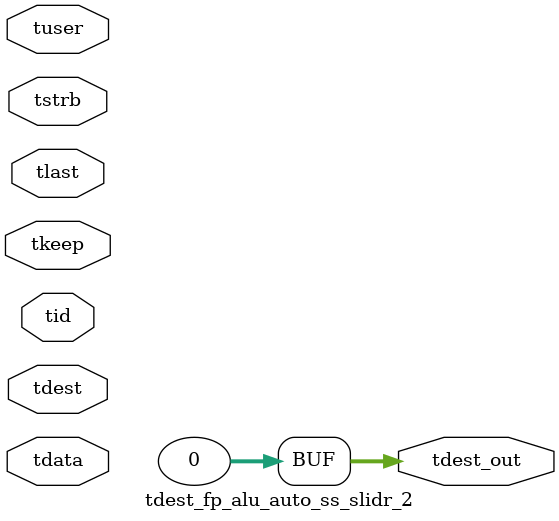
<source format=v>


`timescale 1ps/1ps

module tdest_fp_alu_auto_ss_slidr_2 #
(
parameter C_S_AXIS_TDATA_WIDTH = 32,
parameter C_S_AXIS_TUSER_WIDTH = 0,
parameter C_S_AXIS_TID_WIDTH   = 0,
parameter C_S_AXIS_TDEST_WIDTH = 0,
parameter C_M_AXIS_TDEST_WIDTH = 32
)
(
input  [(C_S_AXIS_TDATA_WIDTH == 0 ? 1 : C_S_AXIS_TDATA_WIDTH)-1:0     ] tdata,
input  [(C_S_AXIS_TUSER_WIDTH == 0 ? 1 : C_S_AXIS_TUSER_WIDTH)-1:0     ] tuser,
input  [(C_S_AXIS_TID_WIDTH   == 0 ? 1 : C_S_AXIS_TID_WIDTH)-1:0       ] tid,
input  [(C_S_AXIS_TDEST_WIDTH == 0 ? 1 : C_S_AXIS_TDEST_WIDTH)-1:0     ] tdest,
input  [(C_S_AXIS_TDATA_WIDTH/8)-1:0 ] tkeep,
input  [(C_S_AXIS_TDATA_WIDTH/8)-1:0 ] tstrb,
input                                                                    tlast,
output [C_M_AXIS_TDEST_WIDTH-1:0] tdest_out
);

assign tdest_out = {1'b0};

endmodule


</source>
